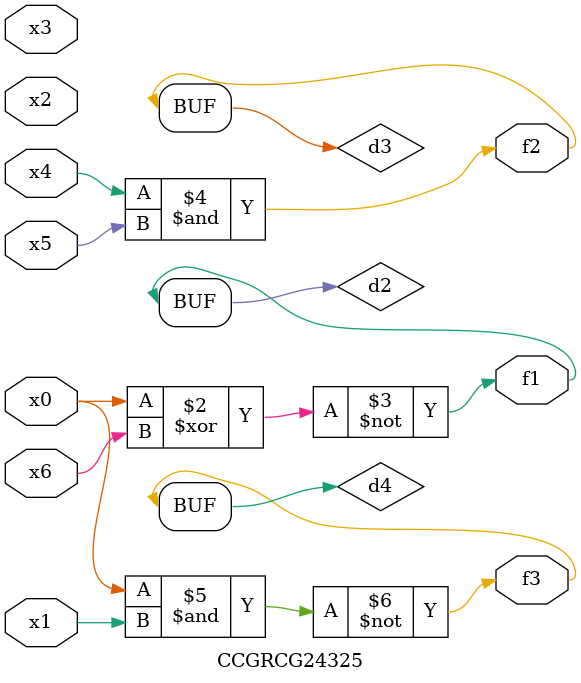
<source format=v>
module CCGRCG24325(
	input x0, x1, x2, x3, x4, x5, x6,
	output f1, f2, f3
);

	wire d1, d2, d3, d4;

	nor (d1, x0);
	xnor (d2, x0, x6);
	and (d3, x4, x5);
	nand (d4, x0, x1);
	assign f1 = d2;
	assign f2 = d3;
	assign f3 = d4;
endmodule

</source>
